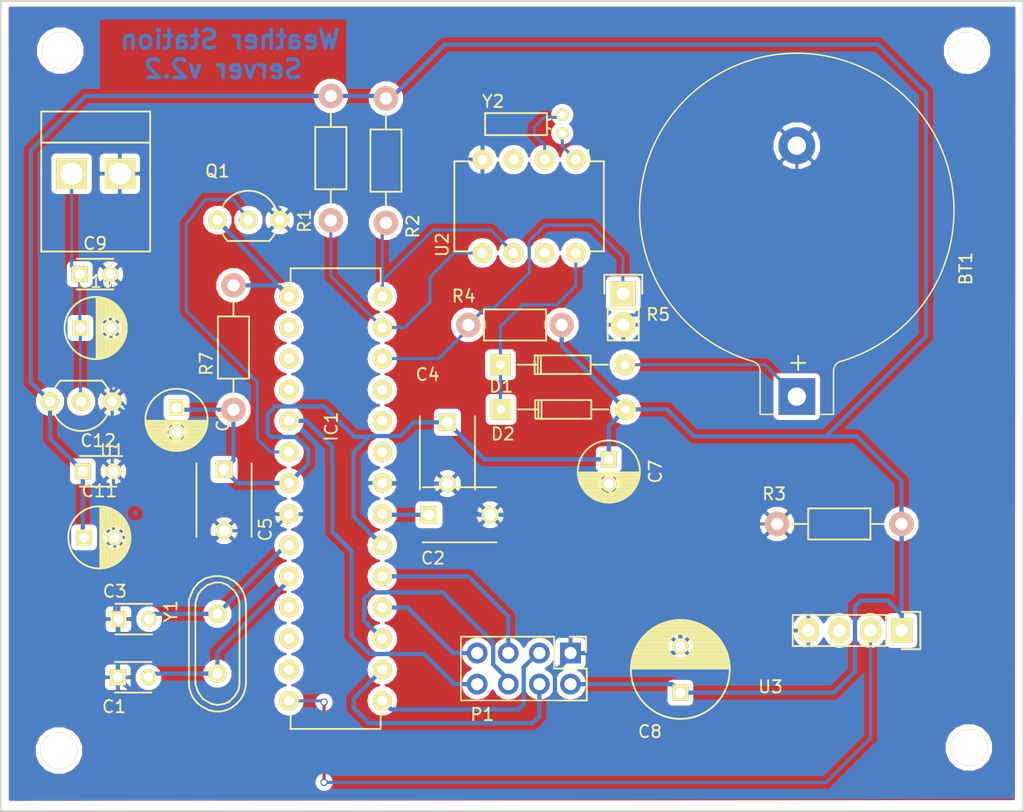
<source format=kicad_pcb>
(kicad_pcb (version 20171130) (host pcbnew 5.0.2-bee76a0~70~ubuntu18.04.1)
  (title_block (title WeatherStationServer) (date 2018-04-10) (rev v2.2) (company "Dariusz Biedrzycki "))
  (layers (0 F.Cu signal) (31 B.Cu signal) (34 B.Paste user) (35 F.Paste user) (36 B.SilkS user) (37 F.SilkS user) (38 B.Mask user) (39 F.Mask user) (44 Edge.Cuts user))
  (net 0 "")
  (net 1 +3V3)
  (net 2 RESET)
  (net 3 INT1)
  (net 4 CE)
  (net 5 CSN)
  (net 6 MOSI)
  (net 7 MISO)
  (net 8 SCK)
  (net 9 "Net-(C2-Pad1)")
  (net 10 XTAL2)
  (net 11 XTAL1)
  (net 12 "Net-(BT1-Pad1)")
  (net 13 "Net-(D1-Pad1)")
  (net 14 "/Atmega328P/PD0(PCINT16/RXD)")
  (net 15 "/Atmega328P/PD1(PCINT17/TXD)")
  (net 16 "/Atmega328P/PD2(PCINT18/INT0)")
  (net 17 "/Atmega328P/PD5(PCINT21/OC0B/T1)")
  (net 18 "/Atmega328P/PD6(PCINT22/OC0A/AIN0)")
  (net 19 "/Atmega328P/PC0(PCINT8/ADC0)")
  (net 20 "/Atmega328P/PC1(PCINT9/ADC1)")
  (net 21 "/Atmega328P/PC2(PCINT10/ADC2)")
  (net 22 SDA)
  (net 23 SCL)
  (net 24 "Net-(U2-Pad1)")
  (net 25 "Net-(U2-Pad2)")
  (net 26 "Net-(U2-Pad3)")
  (net 27 "Net-(U2-Pad7)")
  (net 28 GND)
  (net 29 PD4)
  (net 30 "/Atmega328P/PD7(PCINT23/AIN1)")
  (net 31 PB0)
  (net 32 "Net-(U3-Pad3)")
  (net 33 ADC3)
  (net 34 "Net-(C10-Pad1)")
  (module Capacitors_ThroughHole:C_Disc_D3_P2.5 (layer F.Cu) (at 94.36 96.12)
    (fp_text reference C1 (at -0.31 2.4) (layer F.SilkS))
    (fp_text value 22p)
    (pad 1 thru_hole rect (at 0 0) (size 1.3 1.3) (drill 0.8) (layers *.Cu *.Mask F.SilkS) (net 28 GND))
    (pad 2 thru_hole circle (at 2.5 0) (size 1.3 1.3) (drill 0.8001) (layers *.Cu *.Mask F.SilkS) (net 10 XTAL2))
  )
  (module Capacitors_ThroughHole:C_Disc_D6_P5 (layer F.Cu) (at 119.76 82.85)
    (fp_text reference C2 (at 0.33 3.54) (layer F.SilkS))
    (fp_text value 100n)
    (pad 1 thru_hole rect (at 0 0) (size 1.4 1.4) (drill 0.9) (layers *.Cu *.Mask F.SilkS) (net 9 "Net-(C2-Pad1)"))
    (pad 2 thru_hole circle (at 5 0) (size 1.4 1.4) (drill 0.9) (layers *.Cu *.Mask F.SilkS) (net 28 GND))
  )
  (module Capacitors_ThroughHole:C_Disc_D3_P2.5 (layer F.Cu) (at 94.41 91.37)
    (fp_text reference C3 (at -0.3 -2.27) (layer F.SilkS))
    (fp_text value 22p)
    (pad 1 thru_hole rect (at 0 0) (size 1.3 1.3) (drill 0.8) (layers *.Cu *.Mask F.SilkS) (net 28 GND))
    (pad 2 thru_hole circle (at 2.5 0) (size 1.3 1.3) (drill 0.8001) (layers *.Cu *.Mask F.SilkS) (net 11 XTAL1))
  )
  (module Capacitors_ThroughHole:C_Disc_D6_P5 (layer F.Cu) (at 121.27 75.3 270)
    (fp_text reference C4 (at -3.9 1.62) (layer F.SilkS))
    (fp_text value 100n)
    (pad 1 thru_hole rect (at 0 0 270) (size 1.4 1.4) (drill 0.9) (layers *.Cu *.Mask F.SilkS) (net 1 +3V3))
    (pad 2 thru_hole circle (at 5 0 270) (size 1.4 1.4) (drill 0.9) (layers *.Cu *.Mask F.SilkS) (net 28 GND))
  )
  (module Capacitors_ThroughHole:C_Disc_D6_P5 (layer F.Cu) (at 103.03 79.15 270)
    (fp_text reference C5 (at 4.9 -3.37 270) (layer F.SilkS))
    (fp_text value 100n)
    (pad 1 thru_hole rect (at 0 0 270) (size 1.4 1.4) (drill 0.9) (layers *.Cu *.Mask F.SilkS) (net 1 +3V3))
    (pad 2 thru_hole circle (at 5 0 270) (size 1.4 1.4) (drill 0.9) (layers *.Cu *.Mask F.SilkS) (net 28 GND))
  )
  (module Housings_DIP:DIP-28_W7.62mm (layer F.Cu) (at 108.332143 65.02)
    (fp_text reference IC1 (at 3.457857 10.63 90) (layer F.SilkS))
    (fp_text value ATMEGA328P-P)
    (pad 1 thru_hole oval (at 0 0) (size 1.6 1.6) (drill 0.8) (layers *.Cu *.Mask F.SilkS) (net 2 RESET))
    (pad 2 thru_hole oval (at 0 2.54) (size 1.6 1.6) (drill 0.8) (layers *.Cu *.Mask F.SilkS) (net 14 "/Atmega328P/PD0(PCINT16/RXD)"))
    (pad 3 thru_hole oval (at 0 5.08) (size 1.6 1.6) (drill 0.8) (layers *.Cu *.Mask F.SilkS) (net 15 "/Atmega328P/PD1(PCINT17/TXD)"))
    (pad 4 thru_hole oval (at 0 7.62) (size 1.6 1.6) (drill 0.8) (layers *.Cu *.Mask F.SilkS) (net 16 "/Atmega328P/PD2(PCINT18/INT0)"))
    (pad 5 thru_hole oval (at 0 10.16) (size 1.6 1.6) (drill 0.8) (layers *.Cu *.Mask F.SilkS) (net 3 INT1))
    (pad 6 thru_hole oval (at 0 12.7) (size 1.6 1.6) (drill 0.8) (layers *.Cu *.Mask F.SilkS) (net 29 PD4))
    (pad 7 thru_hole oval (at 0 15.24) (size 1.6 1.6) (drill 0.8) (layers *.Cu *.Mask F.SilkS) (net 1 +3V3))
    (pad 8 thru_hole oval (at 0 17.78) (size 1.6 1.6) (drill 0.8) (layers *.Cu *.Mask F.SilkS) (net 28 GND))
    (pad 9 thru_hole oval (at 0 20.32) (size 1.6 1.6) (drill 0.8) (layers *.Cu *.Mask F.SilkS) (net 11 XTAL1))
    (pad 10 thru_hole oval (at 0 22.86) (size 1.6 1.6) (drill 0.8) (layers *.Cu *.Mask F.SilkS) (net 10 XTAL2))
    (pad 11 thru_hole oval (at 0 25.4) (size 1.6 1.6) (drill 0.8) (layers *.Cu *.Mask F.SilkS) (net 17 "/Atmega328P/PD5(PCINT21/OC0B/T1)"))
    (pad 12 thru_hole oval (at 0 27.94) (size 1.6 1.6) (drill 0.8) (layers *.Cu *.Mask F.SilkS) (net 18 "/Atmega328P/PD6(PCINT22/OC0A/AIN0)"))
    (pad 13 thru_hole oval (at 0 30.48) (size 1.6 1.6) (drill 0.8) (layers *.Cu *.Mask F.SilkS) (net 30 "/Atmega328P/PD7(PCINT23/AIN1)"))
    (pad 14 thru_hole oval (at 0 33.02) (size 1.6 1.6) (drill 0.8) (layers *.Cu *.Mask F.SilkS) (net 31 PB0))
    (pad 15 thru_hole oval (at 7.62 33.02) (size 1.6 1.6) (drill 0.8) (layers *.Cu *.Mask F.SilkS) (net 4 CE))
    (pad 16 thru_hole oval (at 7.62 30.48) (size 1.6 1.6) (drill 0.8) (layers *.Cu *.Mask F.SilkS) (net 5 CSN))
    (pad 17 thru_hole oval (at 7.62 27.94) (size 1.6 1.6) (drill 0.8) (layers *.Cu *.Mask F.SilkS) (net 6 MOSI))
    (pad 18 thru_hole oval (at 7.62 25.4) (size 1.6 1.6) (drill 0.8) (layers *.Cu *.Mask F.SilkS) (net 7 MISO))
    (pad 19 thru_hole oval (at 7.62 22.86) (size 1.6 1.6) (drill 0.8) (layers *.Cu *.Mask F.SilkS) (net 8 SCK))
    (pad 20 thru_hole oval (at 7.62 20.32) (size 1.6 1.6) (drill 0.8) (layers *.Cu *.Mask F.SilkS) (net 1 +3V3))
    (pad 21 thru_hole oval (at 7.62 17.78) (size 1.6 1.6) (drill 0.8) (layers *.Cu *.Mask F.SilkS) (net 9 "Net-(C2-Pad1)"))
    (pad 22 thru_hole oval (at 7.62 15.24) (size 1.6 1.6) (drill 0.8) (layers *.Cu *.Mask F.SilkS) (net 28 GND))
    (pad 23 thru_hole oval (at 7.62 12.7) (size 1.6 1.6) (drill 0.8) (layers *.Cu *.Mask F.SilkS) (net 19 "/Atmega328P/PC0(PCINT8/ADC0)"))
    (pad 24 thru_hole oval (at 7.62 10.16) (size 1.6 1.6) (drill 0.8) (layers *.Cu *.Mask F.SilkS) (net 20 "/Atmega328P/PC1(PCINT9/ADC1)"))
    (pad 25 thru_hole oval (at 7.62 7.62) (size 1.6 1.6) (drill 0.8) (layers *.Cu *.Mask F.SilkS) (net 21 "/Atmega328P/PC2(PCINT10/ADC2)"))
    (pad 26 thru_hole oval (at 7.62 5.08) (size 1.6 1.6) (drill 0.8) (layers *.Cu *.Mask F.SilkS) (net 33 ADC3))
    (pad 27 thru_hole oval (at 7.62 2.54) (size 1.6 1.6) (drill 0.8) (layers *.Cu *.Mask F.SilkS) (net 22 SDA))
    (pad 28 thru_hole oval (at 7.62 0) (size 1.6 1.6) (drill 0.8) (layers *.Cu *.Mask F.SilkS) (net 23 SCL))
  )
  (module Resistors_ThroughHole:Resistor_Horizontal_RM10mm (layer F.Cu) (at 103.8 74.275 90)
    (fp_text reference R7 (at 3.755 -2.21 90) (layer F.SilkS))
    (fp_text value 10k)
    (pad 1 thru_hole circle (at 0 0 90) (size 1.99898 1.99898) (drill 1.00076) (layers *.Cu *.SilkS *.Mask) (net 1 +3V3))
    (pad 2 thru_hole circle (at 10.16 0 90) (size 1.99898 1.99898) (drill 1.00076) (layers *.Cu *.SilkS *.Mask) (net 2 RESET))
  )
  (module Crystals:Crystal_HC49-U_Vertical (layer F.Cu) (at 102.49 93.38 270)
    (fp_text reference Y1 (at -2.65 3.8 270) (layer F.SilkS))
    (fp_text value 8Mhz)
    (pad 1 thru_hole circle (at -2.44094 0 270) (size 1.50114 1.50114) (drill 0.8001) (layers *.Cu *.Mask F.SilkS) (net 11 XTAL1))
    (pad 2 thru_hole circle (at 2.44094 0 270) (size 1.50114 1.50114) (drill 0.8001) (layers *.Cu *.Mask F.SilkS) (net 10 XTAL2))
  )
  (module TO_SOT_Packages_THT:TO-92_Inline_Wide (layer F.Cu) (at 102.49 58.79)
    (fp_text reference Q1 (at 0 -4 180) (layer F.SilkS))
    (fp_text value BC548)
    (pad 2 thru_hole circle (at 2.54 0 90) (size 1.524 1.524) (drill 0.8) (layers *.Cu *.Mask F.SilkS) (net 29 PD4))
    (pad 3 thru_hole circle (at 5.08 0 90) (size 1.524 1.524) (drill 0.8) (layers *.Cu *.Mask F.SilkS) (net 28 GND))
    (pad 1 thru_hole circle (at 0 0 90) (size 1.524 1.524) (drill 0.8) (layers *.Cu *.Mask F.SilkS) (net 2 RESET))
  )
  (module Capacitors_ThroughHole:C_Radial_D8_L13_P3.8 (layer F.Cu) (at 140.29 97.38 90)
    (fp_text reference C8 (at -3.18 -2.48 180) (layer F.SilkS))
    (fp_text value 470u)
    (pad 1 thru_hole rect (at 0 0 90) (size 1.3 1.3) (drill 0.8) (layers *.Cu *.Mask F.SilkS) (net 1 +3V3))
    (pad 2 thru_hole circle (at 3.8 0 90) (size 1.3 1.3) (drill 0.8) (layers *.Cu *.Mask F.SilkS) (net 28 GND))
  )
  (module Connect:GTK2400-V2 (layer F.Cu) (at 92.55 55 180)
    (fp_text reference P3 hide)
    (fp_text value CONN_01X02 hide)
    (pad 2 thru_hole rect (at 1.9685 0 180) (size 2.49936 2.49936) (drill 1.80086) (layers *.Cu *.Mask F.SilkS) (net 34 "Net-(C10-Pad1)"))
    (pad 1 thru_hole rect (at -1.9685 0 180) (size 2.49936 2.49936) (drill 1.80086) (layers *.Cu *.Mask F.SilkS) (net 28 GND))
  )
  (module nrf24-connector:Socket_Strip_Straight_2x04_Pitch2.54mm (layer F.Cu) (at 131.32 96.68 270)
    (fp_text reference P1 (at 2.48 7.2) (layer F.SilkS))
    (fp_text value nRF24L01)
    (pad 1 thru_hole rect (at -2.54 0 270) (size 1.7 1.7) (drill 1) (layers *.Cu *.Mask) (net 28 GND))
    (pad 2 thru_hole oval (at 0 0 270) (size 1.7 1.7) (drill 1) (layers *.Cu *.Mask) (net 1 +3V3))
    (pad 4 thru_hole oval (at 0 2.54 270) (size 1.7 1.7) (drill 1) (layers *.Cu *.Mask) (net 5 CSN))
    (pad 3 thru_hole oval (at -2.54 2.54 270) (size 1.7 1.7) (drill 1) (layers *.Cu *.Mask) (net 4 CE))
    (pad 6 thru_hole oval (at 0 5.08 270) (size 1.7 1.7) (drill 1) (layers *.Cu *.Mask) (net 6 MOSI))
    (pad 5 thru_hole oval (at -2.54 5.08 270) (size 1.7 1.7) (drill 1) (layers *.Cu *.Mask) (net 8 SCK))
    (pad 8 thru_hole oval (at 0 7.62 270) (size 1.7 1.7) (drill 1) (layers *.Cu *.Mask) (net 3 INT1))
    (pad 7 thru_hole oval (at -2.54 7.62 270) (size 1.7 1.7) (drill 1) (layers *.Cu *.Mask) (net 7 MISO))
  )
  (module Capacitors_ThroughHole:C_Radial_D5_L11_P2 (layer F.Cu) (at 99.15 74.1 270)
    (fp_text reference C6 (at 1 -3.8 270) (layer F.SilkS))
    (fp_text value 10u)
    (pad 1 thru_hole rect (at 0 0 270) (size 1.3 1.3) (drill 0.8) (layers *.Cu *.Mask F.SilkS) (net 1 +3V3))
    (pad 2 thru_hole circle (at 2 0 270) (size 1.3 1.3) (drill 0.8) (layers *.Cu *.Mask F.SilkS) (net 28 GND))
  )
  (module Capacitors_ThroughHole:C_Radial_D5_L11_P2 (layer F.Cu) (at 134.45 78.32 270)
    (fp_text reference C7 (at 1 -3.8 270) (layer F.SilkS))
    (fp_text value 10u)
    (pad 1 thru_hole rect (at 0 0 270) (size 1.3 1.3) (drill 0.8) (layers *.Cu *.Mask F.SilkS) (net 1 +3V3))
    (pad 2 thru_hole circle (at 2 0 270) (size 1.3 1.3) (drill 0.8) (layers *.Cu *.Mask F.SilkS) (net 28 GND))
  )
  (module Battery:BatteryHolder_Keystone_104_1x23mm (layer F.Cu) (at 149.8 73.2 90)
    (fp_text reference BT1 (at 10.45 13.8 90) (layer F.SilkS))
    (fp_text value Battery)
    (fp_text user + (at 2.75 0 90) (layer F.SilkS) (effects (font (size 1.5 1.5))))
    (pad 2 thru_hole circle (at 20.49 0 90) (size 3 3) (drill 1.5) (layers *.Cu *.Mask) (net 28 GND))
    (pad 1 thru_hole rect (at 0 0 90) (size 3 3) (drill 1.5) (layers *.Cu *.Mask) (net 12 "Net-(BT1-Pad1)"))
  )
  (module Diodes_ThroughHole:Diode_DO-35_SOD27_Horizontal_RM10 (layer F.Cu) (at 125.6 70.6)
    (fp_text reference D1 (at 0.05 1.75) (layer F.SilkS))
    (fp_text value 1N4148)
    (pad 2 thru_hole circle (at 10.16052 -0.00254 180) (size 1.69926 1.69926) (drill 0.70104) (layers *.Cu *.Mask F.SilkS) (net 12 "Net-(BT1-Pad1)"))
    (pad 1 thru_hole rect (at 0.00052 -0.00254 180) (size 1.69926 1.69926) (drill 0.70104) (layers *.Cu *.Mask F.SilkS) (net 13 "Net-(D1-Pad1)"))
  )
  (module Diodes_ThroughHole:Diode_DO-35_SOD27_Horizontal_RM10 (layer F.Cu) (at 125.65 74.25)
    (fp_text reference D2 (at 0.15 2) (layer F.SilkS))
    (fp_text value 1N4148)
    (pad 2 thru_hole circle (at 10.16052 -0.00254 180) (size 1.69926 1.69926) (drill 0.70104) (layers *.Cu *.Mask F.SilkS) (net 1 +3V3))
    (pad 1 thru_hole rect (at 0.00052 -0.00254 180) (size 1.69926 1.69926) (drill 0.70104) (layers *.Cu *.Mask F.SilkS) (net 13 "Net-(D1-Pad1)"))
  )
  (module Resistors_ThroughHole:Resistor_Horizontal_RM10mm (layer F.Cu) (at 111.75 48.65 270)
    (fp_text reference R1 (at 10.2 2.15 270) (layer F.SilkS))
    (fp_text value 4k7)
    (pad 1 thru_hole circle (at 0 0 270) (size 1.99898 1.99898) (drill 1.00076) (layers *.Cu *.SilkS *.Mask) (net 1 +3V3))
    (pad 2 thru_hole circle (at 10.16 0 270) (size 1.99898 1.99898) (drill 1.00076) (layers *.Cu *.SilkS *.Mask) (net 22 SDA))
  )
  (module Resistors_ThroughHole:Resistor_Horizontal_RM10mm (layer F.Cu) (at 116.25 48.85 270)
    (fp_text reference R2 (at 10.45 -2.2 270) (layer F.SilkS))
    (fp_text value 4k7)
    (pad 1 thru_hole circle (at 0 0 270) (size 1.99898 1.99898) (drill 1.00076) (layers *.Cu *.SilkS *.Mask) (net 1 +3V3))
    (pad 2 thru_hole circle (at 10.16 0 270) (size 1.99898 1.99898) (drill 1.00076) (layers *.Cu *.SilkS *.Mask) (net 23 SCL))
  )
  (module Housings_DIP:DIP-8_W7.62mm (layer F.Cu) (at 131.75 53.85 270)
    (fp_text reference U2 (at 6.95 10.9 270) (layer F.SilkS))
    (fp_text value PCF8563)
    (pad 1 thru_hole oval (at 0 0 270) (size 1.6 1.6) (drill 0.8) (layers *.Cu *.Mask F.SilkS) (net 24 "Net-(U2-Pad1)"))
    (pad 2 thru_hole oval (at 0 2.54 270) (size 1.6 1.6) (drill 0.8) (layers *.Cu *.Mask F.SilkS) (net 25 "Net-(U2-Pad2)"))
    (pad 3 thru_hole oval (at 0 5.08 270) (size 1.6 1.6) (drill 0.8) (layers *.Cu *.Mask F.SilkS) (net 26 "Net-(U2-Pad3)"))
    (pad 4 thru_hole oval (at 0 7.62 270) (size 1.6 1.6) (drill 0.8) (layers *.Cu *.Mask F.SilkS) (net 28 GND))
    (pad 5 thru_hole oval (at 7.62 7.62 270) (size 1.6 1.6) (drill 0.8) (layers *.Cu *.Mask F.SilkS) (net 22 SDA))
    (pad 6 thru_hole oval (at 7.62 5.08 270) (size 1.6 1.6) (drill 0.8) (layers *.Cu *.Mask F.SilkS) (net 23 SCL))
    (pad 7 thru_hole oval (at 7.62 2.54 270) (size 1.6 1.6) (drill 0.8) (layers *.Cu *.Mask F.SilkS) (net 27 "Net-(U2-Pad7)"))
    (pad 8 thru_hole oval (at 7.62 0 270) (size 1.6 1.6) (drill 0.8) (layers *.Cu *.Mask F.SilkS) (net 13 "Net-(D1-Pad1)"))
  )
  (module Crystals:Crystal_Round_Horizontal_2mm (layer F.Cu) (at 130.65 50.95 90)
    (fp_text reference Y2 (at 1.85 -5.65 180) (layer F.SilkS))
    (fp_text value 32.768kHz)
    (pad 1 thru_hole circle (at -0.7493 0 90) (size 1.00076 1.00076) (drill 0.59944) (layers *.Cu *.Mask F.SilkS) (net 24 "Net-(U2-Pad1)"))
    (pad 2 thru_hole circle (at 0.7493 0 90) (size 1.00076 1.00076) (drill 0.59944) (layers *.Cu *.Mask F.SilkS) (net 25 "Net-(U2-Pad2)"))
  )
  (module Resistors_ThroughHole:Resistor_Horizontal_RM10mm (layer F.Cu) (at 158.35 83.6 180)
    (fp_text reference R3 (at 10.4 2.45 180) (layer F.SilkS))
    (fp_text value 5k1)
    (pad 1 thru_hole circle (at 0 0 180) (size 1.99898 1.99898) (drill 1.00076) (layers *.Cu *.SilkS *.Mask) (net 1 +3V3))
    (pad 2 thru_hole circle (at 10.16 0 180) (size 1.99898 1.99898) (drill 1.00076) (layers *.Cu *.SilkS *.Mask) (net 28 GND))
  )
  (module Sensors:DHT22_Temperature_Humidity (layer F.Cu) (at 154.55 92.3 180)
    (fp_text reference U3 (at 6.9 -4.6 180) (layer F.SilkS))
    (fp_text value DHT11)
    (pad 1 thru_hole rect (at -3.81 0 270) (size 2.032 1.7272) (drill 1.016) (layers *.Cu *.Mask F.SilkS) (net 1 +3V3))
    (pad 2 thru_hole oval (at -1.27 0 270) (size 2.032 1.7272) (drill 1.016) (layers *.Cu *.Mask F.SilkS) (net 31 PB0))
    (pad 3 thru_hole oval (at 1.27 0 270) (size 2.032 1.7272) (drill 1.016) (layers *.Cu *.Mask F.SilkS) (net 32 "Net-(U3-Pad3)"))
    (pad 4 thru_hole oval (at 3.81 0 270) (size 2.032 1.7272) (drill 1.016) (layers *.Cu *.Mask F.SilkS) (net 28 GND))
  )
  (module Resistors_ThroughHole:Resistor_Horizontal_RM7mm (layer F.Cu) (at 130.6 67.35 180)
    (fp_text reference R4 (at 8 2.35 180) (layer F.SilkS))
    (fp_text value 12k)
    (pad 1 thru_hole circle (at 0 0 180) (size 1.99898 1.99898) (drill 1.00076) (layers *.Cu *.SilkS *.Mask) (net 1 +3V3))
    (pad 2 thru_hole circle (at 7.62 0 180) (size 1.99898 1.99898) (drill 1.00076) (layers *.Cu *.SilkS *.Mask) (net 33 ADC3))
  )
  (module Pin_Headers:Pin_Header_Straight_1x02 (layer F.Cu) (at 135.63 64.8)
    (fp_text reference R5 (at 2.85 1.7) (layer F.SilkS))
    (fp_text value 5k-10k)
    (pad 1 thru_hole rect (at 0 0) (size 2.032 2.032) (drill 1.016) (layers *.Cu *.Mask F.SilkS) (net 33 ADC3))
    (pad 2 thru_hole oval (at 0 2.54) (size 2.032 2.032) (drill 1.016) (layers *.Cu *.Mask F.SilkS) (net 28 GND))
  )
  (module Mounting_Holes:MountingHole_3mm (layer F.Cu) (at 89.65 44.95)
    (fp_text reference REF** hide)
    (fp_text value MountingHole_3mm hide)
    (pad 1 thru_hole circle (at 0 0) (size 3 3) (drill 3) (layers))
  )
  (module Mounting_Holes:MountingHole_3mm (layer F.Cu) (at 89.55 102.1)
    (fp_text reference REF** hide)
    (fp_text value MountingHole_3mm hide)
    (pad 1 thru_hole circle (at 0 0) (size 3 3) (drill 3) (layers))
  )
  (module Mounting_Holes:MountingHole_3mm (layer F.Cu) (at 163.85 101.85)
    (fp_text reference REF** hide)
    (fp_text value MountingHole_3mm hide)
    (pad 1 thru_hole circle (at 0 0) (size 3 3) (drill 3) (layers))
  )
  (module Mounting_Holes:MountingHole_3mm (layer F.Cu) (at 163.7 44.95)
    (fp_text reference REF** hide)
    (fp_text value MountingHole_3mm hide)
    (pad 1 thru_hole circle (at 0 0) (size 3 3) (drill 3) (layers))
  )
  (module Capacitors_ThroughHole:C_Disc_D3_P2.5 (layer F.Cu) (at 91.25 63.2)
    (fp_text reference C9 (at 1.25 -2.5) (layer F.SilkS))
    (fp_text value 100n)
    (pad 1 thru_hole rect (at 0 0) (size 1.3 1.3) (drill 0.8) (layers *.Cu *.Mask F.SilkS) (net 34 "Net-(C10-Pad1)"))
    (pad 2 thru_hole circle (at 2.5 0) (size 1.3 1.3) (drill 0.8001) (layers *.Cu *.Mask F.SilkS) (net 28 GND))
  )
  (module Capacitors_ThroughHole:C_Radial_D5_L6_P2.5 (layer F.Cu) (at 91.3 67.6)
    (fp_text reference C10 (at 1.25 -3.8) (layer F.SilkS))
    (fp_text value 10u)
    (pad 1 thru_hole rect (at 0 0) (size 1.3 1.3) (drill 0.8) (layers *.Cu *.Mask F.SilkS) (net 34 "Net-(C10-Pad1)"))
    (pad 2 thru_hole circle (at 2.5 0) (size 1.3 1.3) (drill 0.8) (layers *.Cu *.Mask F.SilkS) (net 28 GND))
  )
  (module Capacitors_ThroughHole:C_Radial_D5_L6_P2.5 (layer F.Cu) (at 91.6 84.7)
    (fp_text reference C11 (at 1.25 -3.8) (layer F.SilkS))
    (fp_text value 10u)
    (pad 1 thru_hole rect (at 0 0) (size 1.3 1.3) (drill 0.8) (layers *.Cu *.Mask F.SilkS) (net 1 +3V3))
    (pad 2 thru_hole circle (at 2.5 0) (size 1.3 1.3) (drill 0.8) (layers *.Cu *.Mask F.SilkS) (net 28 GND))
  )
  (module Capacitors_ThroughHole:C_Disc_D3_P2.5 (layer F.Cu) (at 91.5 79.3)
    (fp_text reference C12 (at 1.25 -2.5) (layer F.SilkS))
    (fp_text value 100n)
    (pad 1 thru_hole rect (at 0 0) (size 1.3 1.3) (drill 0.8) (layers *.Cu *.Mask F.SilkS) (net 1 +3V3))
    (pad 2 thru_hole circle (at 2.5 0) (size 1.3 1.3) (drill 0.8001) (layers *.Cu *.Mask F.SilkS) (net 28 GND))
  )
  (module TO_SOT_Packages_THT:TO-92_Inline_Wide (layer F.Cu) (at 93.9 73.6 180)
    (fp_text reference U1 (at 0 -4) (layer F.SilkS))
    (fp_text value HT7333)
    (pad 2 thru_hole circle (at 2.54 0 270) (size 1.524 1.524) (drill 0.8) (layers *.Cu *.Mask F.SilkS) (net 34 "Net-(C10-Pad1)"))
    (pad 3 thru_hole circle (at 5.08 0 270) (size 1.524 1.524) (drill 0.8) (layers *.Cu *.Mask F.SilkS) (net 1 +3V3))
    (pad 1 thru_hole circle (at 0 0 270) (size 1.524 1.524) (drill 0.8) (layers *.Cu *.Mask F.SilkS) (net 28 GND))
  )
  (gr_text "Weather Station \nServer v2.2" (at 102.95 45.25) (layer B.Cu) (effects (font (size 1.5 1.5) (thickness 0.3)) (justify mirror)))
  (gr_line (start 84.81 107.04) (end 84.81 40.89) (angle 90) (layer Edge.Cuts) (width 0.15))
  (gr_line (start 168.29 107.04) (end 84.81 107.04) (angle 90) (layer Edge.Cuts) (width 0.15))
  (gr_line (start 168.29 40.89) (end 168.29 107.04) (angle 90) (layer Edge.Cuts) (width 0.15))
  (gr_line (start 84.81 40.89) (end 168.29 40.89) (angle 90) (layer Edge.Cuts) (width 0.15))
  (segment (start 95.86 82.77) (end 95.74 82.65) (width 0.25) (layer B.Cu) (net 0))
  (segment (start 95.68 82.71) (end 95.74 82.65) (width 0.25) (layer B.Cu) (net 0))
  (segment (start 103.8 74.275) (end 99.325 74.275) (width 0.35) (layer B.Cu) (net 1))
  (segment (start 99.325 74.275) (end 99.15 74.1) (width 0.35) (layer B.Cu) (net 1))
  (segment (start 111.75 48.65) (end 91.7 48.65) (width 0.35) (layer B.Cu) (net 1))
  (segment (start 87.25 72.03) (end 88.82 73.6) (width 0.35) (layer B.Cu) (net 1))
  (segment (start 87.25 53.1) (end 87.25 72.03) (width 0.35) (layer B.Cu) (net 1))
  (segment (start 91.7 48.65) (end 87.25 53.1) (width 0.35) (layer B.Cu) (net 1))
  (segment (start 91.5 79.3) (end 91.5 84.6) (width 0.35) (layer B.Cu) (net 1))
  (segment (start 91.5 84.6) (end 91.6 84.7) (width 0.35) (layer B.Cu) (net 1))
  (segment (start 88.82 73.6) (end 88.82 76.62) (width 0.35) (layer B.Cu) (net 1))
  (segment (start 88.82 76.62) (end 91.5 79.3) (width 0.35) (layer B.Cu) (net 1))
  (segment (start 130.6 67.35) (end 130.6 69.03694) (width 0.35) (layer B.Cu) (net 1))
  (segment (start 130.6 69.03694) (end 135.81052 74.24746) (width 0.35) (layer B.Cu) (net 1))
  (segment (start 134.45 78.32) (end 134.45 75.60798) (width 0.35) (layer B.Cu) (net 1))
  (segment (start 134.45 75.60798) (end 135.81052 74.24746) (width 0.35) (layer B.Cu) (net 1))
  (segment (start 135.81052 74.24746) (end 139.21052 74.24746) (width 0.35) (layer B.Cu) (net 1))
  (segment (start 139.21052 74.24746) (end 141.41306 76.45) (width 0.35) (layer B.Cu) (net 1))
  (segment (start 141.41306 76.45) (end 152.2 76.45) (width 0.35) (layer B.Cu) (net 1))
  (segment (start 140.29 97.38) (end 152.82 97.38) (width 0.35) (layer B.Cu) (net 1))
  (segment (start 158.36 91.01) (end 158.36 92.3) (width 0.35) (layer B.Cu) (net 1))
  (segment (start 157.2 89.85) (end 158.36 91.01) (width 0.35) (layer B.Cu) (net 1))
  (segment (start 155.05 89.85) (end 157.2 89.85) (width 0.35) (layer B.Cu) (net 1))
  (segment (start 154.55 90.35) (end 155.05 89.85) (width 0.35) (layer B.Cu) (net 1))
  (segment (start 154.55 95.65) (end 154.55 90.35) (width 0.35) (layer B.Cu) (net 1))
  (segment (start 152.82 97.38) (end 154.55 95.65) (width 0.35) (layer B.Cu) (net 1))
  (segment (start 158.36 92.3) (end 158.36 83.61) (width 0.35) (layer B.Cu) (net 1))
  (segment (start 158.36 83.61) (end 158.35 83.6) (width 0.35) (layer B.Cu) (net 1))
  (segment (start 152.2 76.45) (end 154.7 76.45) (width 0.35) (layer B.Cu) (net 1))
  (segment (start 158.35 80.1) (end 158.35 83.6) (width 0.35) (layer B.Cu) (net 1))
  (segment (start 154.7 76.45) (end 158.35 80.1) (width 0.35) (layer B.Cu) (net 1))
  (segment (start 160.35 61.35) (end 160.35 68.3) (width 0.35) (layer B.Cu) (net 1))
  (segment (start 160.35 68.3) (end 152.2 76.45) (width 0.35) (layer B.Cu) (net 1))
  (segment (start 116.65 48.85) (end 121.05 44.45) (width 0.35) (layer B.Cu) (net 1))
  (segment (start 160.35 48.35) (end 160.35 61.35) (width 0.35) (layer B.Cu) (net 1))
  (segment (start 156.45 44.45) (end 160.35 48.35) (width 0.35) (layer B.Cu) (net 1))
  (segment (start 121.05 44.45) (end 156.45 44.45) (width 0.35) (layer B.Cu) (net 1))
  (segment (start 114.885 76.485) (end 113.685 76.485) (width 0.35) (layer B.Cu) (net 1))
  (segment (start 109.9 78.692143) (end 108.332143 80.26) (width 0.35) (layer B.Cu) (net 1))
  (segment (start 109.9 77.525677) (end 109.9 78.692143) (width 0.35) (layer B.Cu) (net 1))
  (segment (start 108.874323 76.5) (end 109.9 77.525677) (width 0.35) (layer B.Cu) (net 1))
  (segment (start 106.9 76.5) (end 108.874323 76.5) (width 0.35) (layer B.Cu) (net 1))
  (segment (start 106.6 76.2) (end 106.9 76.5) (width 0.35) (layer B.Cu) (net 1))
  (segment (start 106.6 74.6) (end 106.6 76.2) (width 0.35) (layer B.Cu) (net 1))
  (segment (start 107.2 74) (end 106.6 74.6) (width 0.35) (layer B.Cu) (net 1))
  (segment (start 111.2 74) (end 107.2 74) (width 0.35) (layer B.Cu) (net 1))
  (segment (start 113.685 76.485) (end 111.2 74) (width 0.35) (layer B.Cu) (net 1))
  (segment (start 116.25 48.85) (end 116.65 48.85) (width 0.35) (layer B.Cu) (net 1))
  (segment (start 111.75 48.65) (end 116.05 48.65) (width 0.35) (layer B.Cu) (net 1))
  (segment (start 116.05 48.65) (end 116.25 48.85) (width 0.35) (layer B.Cu) (net 1))
  (segment (start 103.8 74.275) (end 103.8 78.38) (width 0.35) (layer B.Cu) (net 1))
  (segment (start 103.8 78.38) (end 103.03 79.15) (width 0.35) (layer B.Cu) (net 1))
  (segment (start 111.95 48.85) (end 111.75 48.65) (width 0.35) (layer B.Cu) (net 1))
  (segment (start 111.75 48.65) (end 111.35 48.65) (width 0.35) (layer B.Cu) (net 1))
  (segment (start 121.27 75.3) (end 118.53 75.3) (width 0.35) (layer B.Cu) (net 1))
  (segment (start 113.61 82.997857) (end 115.952143 85.34) (width 0.35) (layer B.Cu) (net 1))
  (segment (start 113.61 77.76) (end 113.61 82.997857) (width 0.35) (layer B.Cu) (net 1))
  (segment (start 114.95 76.42) (end 114.885 76.485) (width 0.35) (layer B.Cu) (net 1))
  (segment (start 114.885 76.485) (end 113.61 77.76) (width 0.35) (layer B.Cu) (net 1))
  (segment (start 117.41 76.42) (end 114.95 76.42) (width 0.35) (layer B.Cu) (net 1))
  (segment (start 118.53 75.3) (end 117.41 76.42) (width 0.35) (layer B.Cu) (net 1))
  (segment (start 131.32 96.68) (end 139.59 96.68) (width 0.35) (layer B.Cu) (net 1))
  (segment (start 139.59 96.68) (end 140.29 97.38) (width 0.35) (layer B.Cu) (net 1))
  (segment (start 134.45 78.32) (end 124.29 78.32) (width 0.35) (layer B.Cu) (net 1))
  (segment (start 124.29 78.32) (end 121.27 75.3) (width 0.35) (layer B.Cu) (net 1))
  (segment (start 108.332143 80.26) (end 104.14 80.26) (width 0.35) (layer B.Cu) (net 1))
  (segment (start 104.14 80.26) (end 103.03 79.15) (width 0.35) (layer B.Cu) (net 1))
  (segment (start 103.8 64.115) (end 107.427143 64.115) (width 0.35) (layer B.Cu) (net 2))
  (segment (start 107.427143 64.115) (end 108.332143 65.02) (width 0.35) (layer B.Cu) (net 2))
  (segment (start 102.49 58.79) (end 108.06 64.747857) (width 0.35) (layer B.Cu) (net 2))
  (segment (start 108.332143 75.18) (end 109.78 75.18) (width 0.35) (layer B.Cu) (net 3))
  (segment (start 121.83 96.68) (end 119.37 94.22) (width 0.35) (layer B.Cu) (net 3))
  (segment (start 119.37 94.22) (end 114.92 94.22) (width 0.35) (layer B.Cu) (net 3))
  (segment (start 114.92 94.22) (end 113.44 92.74) (width 0.35) (layer B.Cu) (net 3))
  (segment (start 113.44 92.74) (end 113.44 85.81) (width 0.35) (layer B.Cu) (net 3))
  (segment (start 113.44 85.81) (end 111.88 84.25) (width 0.35) (layer B.Cu) (net 3))
  (segment (start 111.88 84.25) (end 111.88 78.727857) (width 0.35) (layer B.Cu) (net 3))
  (segment (start 121.83 96.68) (end 123.7 96.68) (width 0.35) (layer B.Cu) (net 3))
  (segment (start 111.85 78.697857) (end 111.88 78.727857) (width 0.35) (layer B.Cu) (net 3))
  (segment (start 111.85 77.25) (end 111.85 78.697857) (width 0.35) (layer B.Cu) (net 3))
  (segment (start 109.78 75.18) (end 111.85 77.25) (width 0.35) (layer B.Cu) (net 3))
  (segment (start 123.7 96.68) (end 123.5 96.68) (width 0.35) (layer B.Cu) (net 3))
  (segment (start 128.78 94.14) (end 128.66 94.14) (width 0.35) (layer B.Cu) (net 4))
  (segment (start 128.66 94.14) (end 127.5 95.3) (width 0.35) (layer B.Cu) (net 4))
  (segment (start 127.5 95.3) (end 127.5 98.32) (width 0.35) (layer B.Cu) (net 4))
  (segment (start 127.5 98.32) (end 127.08 98.74) (width 0.35) (layer B.Cu) (net 4))
  (segment (start 127.08 98.74) (end 116.652143 98.74) (width 0.35) (layer B.Cu) (net 4))
  (segment (start 116.652143 98.74) (end 115.952143 98.04) (width 0.35) (layer B.Cu) (net 4))
  (segment (start 128.78 96.68) (end 128.78 99.3) (width 0.35) (layer B.Cu) (net 5))
  (segment (start 113.61 97.842143) (end 115.952143 95.5) (width 0.35) (layer B.Cu) (net 5))
  (segment (start 113.61 98.6) (end 113.61 97.842143) (width 0.35) (layer B.Cu) (net 5))
  (segment (start 114.87 99.86) (end 113.61 98.6) (width 0.35) (layer B.Cu) (net 5))
  (segment (start 128.22 99.86) (end 114.87 99.86) (width 0.35) (layer B.Cu) (net 5))
  (segment (start 128.78 99.3) (end 128.22 99.86) (width 0.35) (layer B.Cu) (net 5))
  (segment (start 115.952143 95.5) (end 115.68 95.5) (width 0.25) (layer B.Cu) (net 5))
  (segment (start 126.24 96.68) (end 126.24 96.31) (width 0.35) (layer B.Cu) (net 6))
  (segment (start 126.24 96.31) (end 125.01 95.08) (width 0.35) (layer B.Cu) (net 6))
  (segment (start 114.48 91.487857) (end 115.952143 92.96) (width 0.35) (layer B.Cu) (net 6))
  (segment (start 114.48 89.72) (end 114.48 91.487857) (width 0.35) (layer B.Cu) (net 6))
  (segment (start 115.01 89.19) (end 114.48 89.72) (width 0.35) (layer B.Cu) (net 6))
  (segment (start 120.91 89.19) (end 115.01 89.19) (width 0.35) (layer B.Cu) (net 6))
  (segment (start 125.01 93.29) (end 120.91 89.19) (width 0.35) (layer B.Cu) (net 6))
  (segment (start 125.01 95.08) (end 125.01 93.29) (width 0.35) (layer B.Cu) (net 6))
  (segment (start 126.24 96.68) (end 125.87 96.68) (width 0.35) (layer B.Cu) (net 6))
  (segment (start 123.7 94.14) (end 121.74 94.14) (width 0.35) (layer B.Cu) (net 7))
  (segment (start 118.02 90.42) (end 115.952143 90.42) (width 0.35) (layer B.Cu) (net 7))
  (segment (start 121.74 94.14) (end 118.02 90.42) (width 0.35) (layer B.Cu) (net 7))
  (segment (start 116.212143 90.68) (end 115.952143 90.42) (width 0.35) (layer B.Cu) (net 7))
  (segment (start 115.952143 87.88) (end 122.96 87.88) (width 0.35) (layer B.Cu) (net 8))
  (segment (start 126.24 91.16) (end 126.24 94.14) (width 0.35) (layer B.Cu) (net 8))
  (segment (start 122.96 87.88) (end 126.24 91.16) (width 0.35) (layer B.Cu) (net 8))
  (segment (start 119.76 82.85) (end 116.002143 82.85) (width 0.35) (layer B.Cu) (net 9))
  (segment (start 116.002143 82.85) (end 115.952143 82.8) (width 0.35) (layer B.Cu) (net 9))
  (segment (start 102.49 95.82094) (end 97.15906 95.82094) (width 0.35) (layer B.Cu) (net 10))
  (segment (start 97.15906 95.82094) (end 96.86 96.12) (width 0.25) (layer B.Cu) (net 10))
  (segment (start 108.332143 87.88) (end 108.332143 88.207857) (width 0.25) (layer B.Cu) (net 10))
  (segment (start 108.332143 88.207857) (end 102.49 94.05) (width 0.35) (layer B.Cu) (net 10))
  (segment (start 102.49 94.05) (end 102.49 95.82094) (width 0.35) (layer B.Cu) (net 10))
  (segment (start 102.49 90.93906) (end 97.34094 90.93906) (width 0.35) (layer B.Cu) (net 11))
  (segment (start 97.34094 90.93906) (end 96.91 91.37) (width 0.25) (layer B.Cu) (net 11))
  (segment (start 108.332143 85.34) (end 108.08906 85.34) (width 0.25) (layer B.Cu) (net 11))
  (segment (start 108.08906 85.34) (end 102.49 90.93906) (width 0.35) (layer B.Cu) (net 11))
  (segment (start 135.76052 70.59746) (end 147.19746 70.59746) (width 0.25) (layer B.Cu) (net 12))
  (segment (start 147.19746 70.59746) (end 149.8 73.2) (width 0.25) (layer B.Cu) (net 12))
  (segment (start 125.60052 70.59746) (end 125.60052 67.49948) (width 0.25) (layer B.Cu) (net 13))
  (segment (start 131.75 64.15) (end 131.75 61.47) (width 0.25) (layer B.Cu) (net 13))
  (segment (start 130.2 65.7) (end 131.75 64.15) (width 0.25) (layer B.Cu) (net 13))
  (segment (start 127.4 65.7) (end 130.2 65.7) (width 0.25) (layer B.Cu) (net 13))
  (segment (start 125.60052 67.49948) (end 127.4 65.7) (width 0.25) (layer B.Cu) (net 13))
  (segment (start 125.60052 70.59746) (end 125.60052 74.19746) (width 0.25) (layer B.Cu) (net 13))
  (segment (start 125.60052 74.19746) (end 125.65052 74.24746) (width 0.25) (layer B.Cu) (net 13))
  (segment (start 125.60052 70.59746) (end 125.60052 69.46948) (width 0.25) (layer B.Cu) (net 13))
  (segment (start 132.15052 61.87052) (end 131.75 61.47) (width 0.25) (layer B.Cu) (net 13))
  (segment (start 115.952143 67.56) (end 117.79 67.56) (width 0.25) (layer B.Cu) (net 22))
  (segment (start 121.83 61.47) (end 124.13 61.47) (width 0.25) (layer B.Cu) (net 22))
  (segment (start 119.85 63.45) (end 121.83 61.47) (width 0.25) (layer B.Cu) (net 22))
  (segment (start 119.85 65.5) (end 119.85 63.45) (width 0.25) (layer B.Cu) (net 22))
  (segment (start 117.79 67.56) (end 119.85 65.5) (width 0.25) (layer B.Cu) (net 22))
  (segment (start 124.15 61.49) (end 124.13 61.47) (width 0.25) (layer B.Cu) (net 22))
  (segment (start 111.75 58.81) (end 111.75 63.357857) (width 0.25) (layer B.Cu) (net 22))
  (segment (start 111.75 63.357857) (end 115.952143 67.56) (width 0.25) (layer B.Cu) (net 22))
  (segment (start 115.952143 65.02) (end 115.952143 63.747857) (width 0.25) (layer B.Cu) (net 23))
  (segment (start 124.8 59.6) (end 126.67 61.47) (width 0.25) (layer B.Cu) (net 23))
  (segment (start 120.1 59.6) (end 124.8 59.6) (width 0.25) (layer B.Cu) (net 23))
  (segment (start 115.952143 63.747857) (end 120.1 59.6) (width 0.25) (layer B.Cu) (net 23))
  (segment (start 115.952143 65.02) (end 115.952143 59.307857) (width 0.25) (layer B.Cu) (net 23))
  (segment (start 115.952143 59.307857) (end 116.25 59.01) (width 0.25) (layer B.Cu) (net 23))
  (segment (start 130.65 51.6993) (end 130.65 52.75) (width 0.25) (layer B.Cu) (net 24))
  (segment (start 130.65 52.75) (end 131.75 53.85) (width 0.25) (layer B.Cu) (net 24))
  (segment (start 129.21 53.85) (end 129.21 52.66) (width 0.25) (layer B.Cu) (net 25))
  (segment (start 129.15 50.4) (end 130.4507 50.4) (width 0.25) (layer B.Cu) (net 25))
  (segment (start 128.35 51.2) (end 129.15 50.4) (width 0.25) (layer B.Cu) (net 25))
  (segment (start 128.35 51.8) (end 128.35 51.2) (width 0.25) (layer B.Cu) (net 25))
  (segment (start 129.21 52.66) (end 128.35 51.8) (width 0.25) (layer B.Cu) (net 25))
  (segment (start 130.4507 50.4) (end 130.65 50.2007) (width 0.25) (layer B.Cu) (net 25))
  (segment (start 107.57 58.79) (end 107.57 57.92) (width 0.25) (layer B.Cu) (net 28))
  (segment (start 98.05 68.75) (end 93.9 72.9) (width 0.25) (layer B.Cu) (net 28))
  (segment (start 98.05 58.1) (end 98.05 68.75) (width 0.25) (layer B.Cu) (net 28))
  (segment (start 101.6 54.55) (end 98.05 58.1) (width 0.25) (layer B.Cu) (net 28))
  (segment (start 104.2 54.55) (end 101.6 54.55) (width 0.25) (layer B.Cu) (net 28))
  (segment (start 107.57 57.92) (end 104.2 54.55) (width 0.25) (layer B.Cu) (net 28))
  (segment (start 93.9 72.9) (end 93.9 73.6) (width 0.25) (layer B.Cu) (net 28))
  (segment (start 94.1 84.7) (end 94.1 91.06) (width 0.25) (layer B.Cu) (net 28))
  (segment (start 94.1 91.06) (end 94.41 91.37) (width 0.25) (layer B.Cu) (net 28))
  (segment (start 94.1 84.7) (end 102.48 84.7) (width 0.25) (layer B.Cu) (net 28))
  (segment (start 102.48 84.7) (end 103.03 84.15) (width 0.25) (layer B.Cu) (net 28))
  (segment (start 94 79.3) (end 94 84.6) (width 0.25) (layer B.Cu) (net 28))
  (segment (start 94 84.6) (end 94.1 84.7) (width 0.25) (layer B.Cu) (net 28))
  (segment (start 93.9 73.6) (end 94.55 73.6) (width 0.25) (layer B.Cu) (net 28))
  (segment (start 94.55 73.6) (end 97.05 76.1) (width 0.25) (layer B.Cu) (net 28))
  (segment (start 97.05 76.1) (end 99.15 76.1) (width 0.25) (layer B.Cu) (net 28))
  (segment (start 93.9 73.6) (end 93.9 79.2) (width 0.25) (layer B.Cu) (net 28))
  (segment (start 93.9 79.2) (end 94 79.3) (width 0.25) (layer B.Cu) (net 28))
  (segment (start 93.8 67.6) (end 93.8 73.5) (width 0.25) (layer B.Cu) (net 28))
  (segment (start 93.8 73.5) (end 93.9 73.6) (width 0.25) (layer B.Cu) (net 28))
  (segment (start 93.75 63.2) (end 93.75 67.55) (width 0.25) (layer B.Cu) (net 28))
  (segment (start 93.75 67.55) (end 93.8 67.6) (width 0.25) (layer B.Cu) (net 28))
  (segment (start 94.5185 55) (end 94.5185 62.4315) (width 0.25) (layer B.Cu) (net 28))
  (segment (start 94.5185 62.4315) (end 93.75 63.2) (width 0.25) (layer B.Cu) (net 28))
  (segment (start 103.03 84.03) (end 103.03 84.15) (width 0.25) (layer B.Cu) (net 28))
  (segment (start 135.6 66.54) (end 140.21 66.54) (width 0.25) (layer B.Cu) (net 28))
  (segment (start 149.8 56.95) (end 149.8 52.71) (width 0.25) (layer B.Cu) (net 28))
  (segment (start 140.21 66.54) (end 149.8 56.95) (width 0.25) (layer B.Cu) (net 28))
  (segment (start 124.13 53.85) (end 124.13 51.72) (width 0.25) (layer B.Cu) (net 28))
  (segment (start 145.54 48.45) (end 149.8 52.71) (width 0.25) (layer B.Cu) (net 28))
  (segment (start 127.4 48.45) (end 145.54 48.45) (width 0.25) (layer B.Cu) (net 28))
  (segment (start 124.13 51.72) (end 127.4 48.45) (width 0.25) (layer B.Cu) (net 28))
  (segment (start 107.57 58.79) (end 107.57 58.78) (width 0.25) (layer B.Cu) (net 28))
  (segment (start 107.57 58.78) (end 112.5 53.85) (width 0.25) (layer B.Cu) (net 28))
  (segment (start 112.5 53.85) (end 124.13 53.85) (width 0.25) (layer B.Cu) (net 28))
  (segment (start 150.74 92.3) (end 150.74 86.15) (width 0.25) (layer B.Cu) (net 28))
  (segment (start 150.74 86.15) (end 148.19 83.6) (width 0.25) (layer B.Cu) (net 28))
  (segment (start 148.19 83.6) (end 144.7 83.6) (width 0.25) (layer B.Cu) (net 28))
  (segment (start 144.7 83.6) (end 140.29 88.01) (width 0.25) (layer B.Cu) (net 28))
  (segment (start 131.32 94.43) (end 130.05 95.7) (width 0.35) (layer B.Cu) (net 28))
  (segment (start 130.05 95.7) (end 130.05 100.35) (width 0.35) (layer B.Cu) (net 28))
  (segment (start 130.05 100.35) (end 128.39 102.01) (width 0.35) (layer B.Cu) (net 28))
  (segment (start 128.39 102.01) (end 100.25 102.01) (width 0.35) (layer B.Cu) (net 28))
  (segment (start 100.25 102.01) (end 94.36 96.12) (width 0.35) (layer B.Cu) (net 28))
  (segment (start 107.57 58.79) (end 107.57 59.22) (width 0.25) (layer B.Cu) (net 28))
  (segment (start 124.13 54.48) (end 124.13 53.85) (width 0.25) (layer B.Cu) (net 28))
  (segment (start 124.15 53.83) (end 124.13 53.85) (width 0.25) (layer B.Cu) (net 28))
  (segment (start 131.32 94.14) (end 131.32 94.43) (width 0.35) (layer B.Cu) (net 28))
  (segment (start 94.36 96.12) (end 94.36 91.42) (width 0.35) (layer B.Cu) (net 28))
  (segment (start 94.36 91.42) (end 94.41 91.37) (width 0.35) (layer B.Cu) (net 28))
  (segment (start 131.32 94.14) (end 139.73 94.14) (width 0.35) (layer B.Cu) (net 28))
  (segment (start 139.73 94.14) (end 140.29 93.58) (width 0.35) (layer B.Cu) (net 28))
  (segment (start 140.29 93.58) (end 140.29 88.57) (width 0.35) (layer B.Cu) (net 28))
  (segment (start 140.29 88.57) (end 140.29 88.01) (width 0.35) (layer B.Cu) (net 28))
  (segment (start 140.29 88.01) (end 140.29 87.96) (width 0.35) (layer B.Cu) (net 28))
  (segment (start 140.29 87.96) (end 134.45 80.32) (width 0.35) (layer B.Cu) (net 28))
  (segment (start 125.01 82.85) (end 124.76 82.85) (width 0.35) (layer B.Cu) (net 28))
  (segment (start 124.76 82.85) (end 133.72 82.85) (width 0.35) (layer B.Cu) (net 28))
  (segment (start 133.72 82.85) (end 134.45 80.32) (width 0.35) (layer B.Cu) (net 28))
  (segment (start 124.76 82.85) (end 123.82 82.85) (width 0.35) (layer B.Cu) (net 28))
  (segment (start 123.82 82.85) (end 121.27 80.3) (width 0.35) (layer B.Cu) (net 28))
  (segment (start 121.27 80.3) (end 115.992143 80.3) (width 0.35) (layer B.Cu) (net 28))
  (segment (start 115.992143 80.3) (end 115.952143 80.26) (width 0.35) (layer B.Cu) (net 28))
  (segment (start 103.03 84.15) (end 106.982143 84.15) (width 0.25) (layer B.Cu) (net 28))
  (segment (start 106.982143 84.15) (end 108.332143 82.8) (width 0.25) (layer B.Cu) (net 28))
  (segment (start 108.332143 77.72) (end 106.82 77.72) (width 0.25) (layer B.Cu) (net 29))
  (segment (start 103.79 57.1) (end 105.03 58.79) (width 0.25) (layer B.Cu) (net 29))
  (segment (start 101.5 57.1) (end 103.79 57.1) (width 0.25) (layer B.Cu) (net 29))
  (segment (start 99.95 59.1) (end 101.5 57.1) (width 0.25) (layer B.Cu) (net 29))
  (segment (start 99.95 66.2) (end 99.95 59.1) (width 0.25) (layer B.Cu) (net 29))
  (segment (start 105.75 72) (end 99.95 66.2) (width 0.25) (layer B.Cu) (net 29))
  (segment (start 105.75 76.65) (end 105.75 72) (width 0.25) (layer B.Cu) (net 29))
  (segment (start 106.82 77.72) (end 105.75 76.65) (width 0.25) (layer B.Cu) (net 29))
  (segment (start 105.03 58.79) (end 105.34 58.79) (width 0.35) (layer B.Cu) (net 29))
  (segment (start 105.03 58.79) (end 104.4 58.79) (width 0.35) (layer B.Cu) (net 29))
  (segment (start 108.332143 95.5) (end 108.5 95.5) (width 0.35) (layer B.Cu) (net 30))
  (segment (start 108.332143 98.04) (end 111.09 98.04) (width 0.25) (layer B.Cu) (net 31))
  (segment (start 152.2 104.7) (end 155.82 101.08) (width 0.25) (layer B.Cu) (net 31))
  (segment (start 155.82 101.08) (end 155.82 92.3) (width 0.25) (layer B.Cu) (net 31))
  (segment (start 151.65 104.7) (end 152.2 104.7) (width 0.25) (layer B.Cu) (net 31))
  (segment (start 151.7 104.7) (end 151.65 104.7) (width 0.25) (layer B.Cu) (net 31))
  (segment (start 111.2 104.7) (end 151.7 104.7) (width 0.25) (layer B.Cu) (net 31))
  (via (at 111.2 104.7) (size 0.6) (drill 0.4) (layers F.Cu B.Cu) (net 31))
  (segment (start 111.2 98.15) (end 111.2 104.7) (width 0.25) (layer F.Cu) (net 31))
  (via (at 111.2 98.15) (size 0.6) (drill 0.4) (layers F.Cu B.Cu) (net 31))
  (segment (start 111.09 98.04) (end 111.2 98.15) (width 0.25) (layer B.Cu) (net 31))
  (segment (start 135.6 64) (end 135.6 61.8) (width 0.25) (layer B.Cu) (net 33))
  (segment (start 124.38 65.95) (end 122.98 67.35) (width 0.25) (layer B.Cu) (net 33))
  (segment (start 125.1 65.95) (end 124.38 65.95) (width 0.25) (layer B.Cu) (net 33))
  (segment (start 127.95 63.1) (end 125.1 65.95) (width 0.25) (layer B.Cu) (net 33))
  (segment (start 127.95 60.5) (end 127.95 63.1) (width 0.25) (layer B.Cu) (net 33))
  (segment (start 129.25 59.2) (end 127.95 60.5) (width 0.25) (layer B.Cu) (net 33))
  (segment (start 133 59.2) (end 129.25 59.2) (width 0.25) (layer B.Cu) (net 33))
  (segment (start 135.6 61.8) (end 133 59.2) (width 0.25) (layer B.Cu) (net 33))
  (segment (start 122.98 67.35) (end 122.98 67.67) (width 0.25) (layer B.Cu) (net 33))
  (segment (start 122.98 67.67) (end 120.55 70.1) (width 0.25) (layer B.Cu) (net 33))
  (segment (start 120.55 70.1) (end 115.952143 70.1) (width 0.25) (layer B.Cu) (net 33))
  (segment (start 91.3 67.6) (end 91.3 73.54) (width 0.25) (layer B.Cu) (net 34))
  (segment (start 91.3 73.54) (end 91.36 73.6) (width 0.25) (layer B.Cu) (net 34))
  (segment (start 91.25 63.2) (end 91.25 67.55) (width 0.25) (layer B.Cu) (net 34))
  (segment (start 91.25 67.55) (end 91.3 67.6) (width 0.25) (layer B.Cu) (net 34))
  (segment (start 90.5815 55) (end 90.5815 62.5315) (width 0.25) (layer B.Cu) (net 34))
  (segment (start 90.5815 62.5315) (end 91.25 63.2) (width 0.25) (layer B.Cu) (net 34))
  (segment (start 89.7 55.8815) (end 90.5815 55) (width 0.25) (layer B.Cu) (net 34))
  (zone (net 28) (net_name GND) (layer B.Cu) (connect_pads (clearance 0.4)) (min_thickness 0.2) (fill yes (arc_segments 16) (thermal_gap 0.4) (thermal_bridge_width 0.29))
    (polygon (pts (xy 167.6 106.05) (xy 85.45 106.2) (xy 85.45 41.35) (xy 167.65 41.35)))
  )
  (zone (net 28) (net_name GND) (layer F.Cu) (connect_pads (clearance 0.4)) (min_thickness 0.2) (fill yes (arc_segments 16) (thermal_gap 0.4) (thermal_bridge_width 0.29))
    (polygon (pts (xy 85.45 41.35) (xy 167.65 41.35) (xy 167.6 106.15) (xy 85.55 106.2)))
  )
)
</source>
